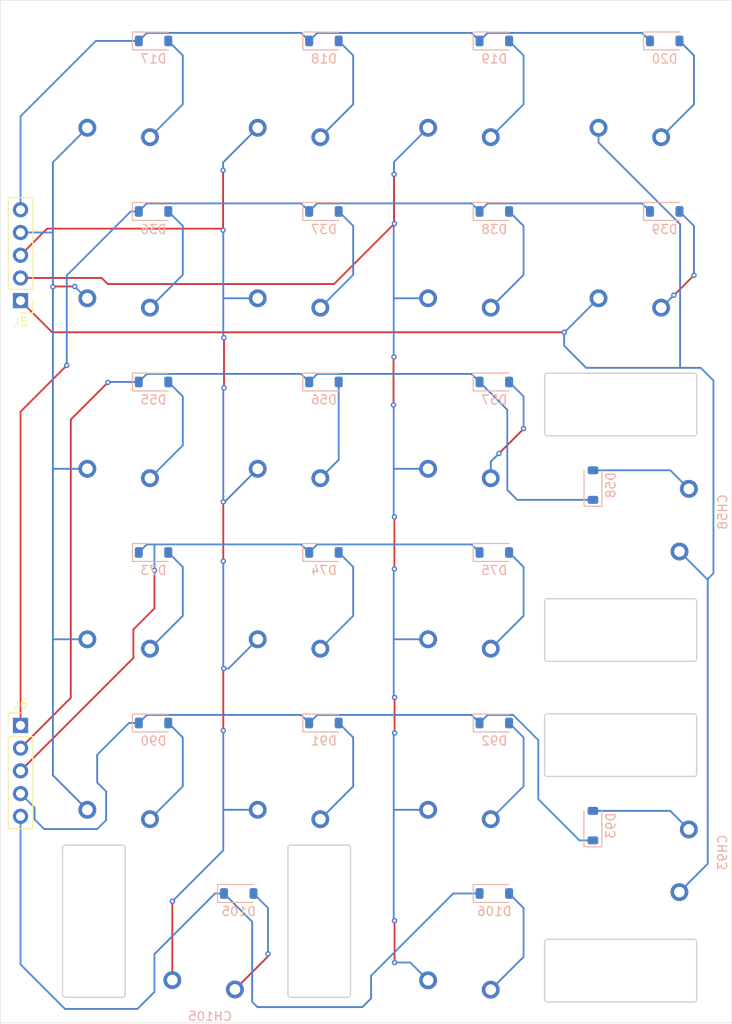
<source format=kicad_pcb>
(kicad_pcb (version 20241229) (generator "pcbnew") (generator_version "9.0")
  (layers (0 "F.Cu" signal) (2 "B.Cu" signal) (13 "F.Paste" user) (15 "B.Paste" user) (5 "F.SilkS" user "F.Silkscreen") (7 "B.SilkS" user "B.Silkscreen") (1 "F.Mask" user) (3 "B.Mask" user) (25 "Edge.Cuts" user))
  (net 0 "")
  (net 1 "Net-(D17-A)")
  (net 2 "Net-(D18-A)")
  (net 3 "Net-(D19-A)")
  (net 4 "Net-(D20-A)")
  (net 5 "Net-(D36-A)")
  (net 6 "Net-(D37-A)")
  (net 7 "Net-(D38-A)")
  (net 8 "Net-(D39-A)")
  (net 9 "Net-(D55-A)")
  (net 10 "Net-(D56-A)")
  (net 11 "Net-(D57-A)")
  (net 12 "Net-(D58-A)")
  (net 13 "Net-(D73-A)")
  (net 14 "Net-(D74-A)")
  (net 15 "Net-(D75-A)")
  (net 16 "Net-(D90-A)")
  (net 17 "Net-(D91-A)")
  (net 18 "Net-(D92-A)")
  (net 19 "Net-(D93-A)")
  (net 20 "Net-(D105-A)")
  (net 21 "Net-(D106-A)")
  (net 22 "col16N")
  (net 23 "col17N")
  (net 24 "col18N")
  (net 25 "col19N")
  (net 26 "row12N")
  (net 27 "row13N")
  (net 28 "row14N")
  (net 29 "row15N")
  (net 30 "row16N")
  (net 31 "row17N")
  (footprint "PCM_marbastlib-xp-gateron_lp:SW_KS33_1u" (layer "F.Cu") (at 188.79 168.91)
    (property "Reference" "CH20" (hide yes))
    (property "Value" "KS33_SW_HS")
    (pad "" np_thru_hole circle (at 0 0 180) (size 5.25 5.25) (drill 5.25) (layers "*.Cu" "*.Mask"))
    (pad "1" thru_hole circle (at -4.4 4.7 180) (size 2 2) (drill 1.2) (layers "*.Cu" "B.Mask") (net 25 "col19N"))
    (pad "2" thru_hole circle (at 2.6 5.75 180) (size 2 2) (drill 1.2) (layers "*.Cu" "B.Mask") (net 4 "Net-(D20-A)"))
  )
  (footprint "PCM_marbastlib-xp-gateron_lp:SW_KS33_1u" (layer "F.Cu") (at 188.79 187.96)
    (property "Reference" "CH39" (hide yes))
    (property "Value" "KS33_SW_HS")
    (pad "" np_thru_hole circle (at 0 0 180) (size 5.25 5.25) (drill 5.25) (layers "*.Cu" "*.Mask"))
    (pad "1" thru_hole circle (at -4.4 4.7 180) (size 2 2) (drill 1.2) (layers "*.Cu" "B.Mask") (net 25 "col19N"))
    (pad "2" thru_hole circle (at 2.6 5.75 180) (size 2 2) (drill 1.2) (layers "*.Cu" "B.Mask") (net 8 "Net-(D39-A)"))
  )
  (footprint "PCM_marbastlib-xp-gateron_lp:SW_KS33_1u" (layer "F.Cu") (at 131.64 226.06)
    (property "Reference" "CH73" (hide yes))
    (property "Value" "KS33_SW_HS")
    (pad "" np_thru_hole circle (at 0 0 180) (size 5.25 5.25) (drill 5.25) (layers "*.Cu" "*.Mask"))
    (pad "1" thru_hole circle (at -4.4 4.7 180) (size 2 2) (drill 1.2) (layers "*.Cu" "B.Mask") (net 22 "col16N"))
    (pad "2" thru_hole circle (at 2.6 5.75 180) (size 2 2) (drill 1.2) (layers "*.Cu" "B.Mask") (net 13 "Net-(D73-A)"))
  )
  (footprint "PCM_marbastlib-xp-gateron_lp:SW_KS33_1u" (layer "F.Cu") (at 169.74 207.01)
    (property "Reference" "CH57" (hide yes))
    (property "Value" "KS33_SW_HS")
    (pad "" np_thru_hole circle (at 0 0 180) (size 5.25 5.25) (drill 5.25) (layers "*.Cu" "*.Mask"))
    (pad "1" thru_hole circle (at -4.4 4.7 180) (size 2 2) (drill 1.2) (layers "*.Cu" "B.Mask") (net 24 "col18N"))
    (pad "2" thru_hole circle (at 2.6 5.75 180) (size 2 2) (drill 1.2) (layers "*.Cu" "B.Mask") (net 11 "Net-(D57-A)"))
  )
  (footprint "gateron low profile:Gateron_Low_Profile_Socket_Stabilizer_2U" (layer "F.Cu") (at 188.77 216.53 90)
    (property "Reference" "CH58" (at 0 9.499999 90) (layer "B.SilkS") (effects (justify mirror)))
    (property "Value" "KS33_SW_HS")
    (fp_line (start 8.8 -10.4) (end 15.2 -10.4) (stroke (width 0.15)) (layer "Edge.Cuts"))
    (fp_line (start -16.400001 -10.4) (end -10.000001 -10.4) (stroke (width 0.15)) (layer "Edge.Cuts"))
    (fp_line (start 15.5 -10.1) (end 15.5 6.3) (stroke (width 0.15)) (layer "Edge.Cuts"))
    (fp_line (start -9.700001 -10.1) (end -9.700002 6.3) (stroke (width 0.15)) (layer "Edge.Cuts"))
    (fp_line (start 8.500001 6.3) (end 8.5 -10.1) (stroke (width 0.15)) (layer "Edge.Cuts"))
    (fp_line (start -16.700001 6.3) (end -16.700001 -10.1) (stroke (width 0.15)) (layer "Edge.Cuts"))
    (fp_line (start 15.2 6.6) (end 8.8 6.6) (stroke (width 0.15)) (layer "Edge.Cuts"))
    (fp_line (start -10.000001 6.6) (end -16.400001 6.6) (stroke (width 0.15)) (layer "Edge.Cuts"))
    (fp_arc (start 15.2 -10.4) (mid 15.412132 -10.312132) (end 15.5 -10.1) (stroke (width 0.15)) (layer "Edge.Cuts"))
    (fp_arc (start -10.000001 -10.4) (mid -9.787869 -10.312132) (end -9.700001 -10.1) (stroke (width 0.15)) (layer "Edge.Cuts"))
    (fp_arc (start 8.5 -10.1) (mid 8.587868 -10.312132) (end 8.8 -10.4) (stroke (width 0.15)) (layer "Edge.Cuts"))
    (fp_arc (start -16.700001 -10.1) (mid -16.612133 -10.312132) (end -16.400001 -10.4) (stroke (width 0.15)) (layer "Edge.Cuts"))
    (fp_arc (start 15.5 6.3) (mid 15.412132 6.512132) (end 15.2 6.6) (stroke (width 0.15)) (layer "Edge.Cuts"))
    (fp_arc (start -9.700002 6.3) (mid -9.787869 6.512132) (end -10.000001 6.6) (stroke (width 0.15)) (layer "Edge.Cuts"))
    (fp_arc (start 8.8 6.6) (mid 8.587868 6.512132) (end 8.500001 6.3) (stroke (width 0.15)) (layer "Edge.Cuts"))
    (fp_arc (start -16.400001 6.6) (mid -16.612133 6.512132) (end -16.700001 6.3) (stroke (width 0.15)) (layer "Edge.Cuts"))
    (pad "" np_thru_hole circle (at -0.025 -0.025 270) (size 5.25 5.25) (drill 5.25) (layers "*.Cu" "*.Mask"))
    (pad "1" thru_hole circle (at -4.425 4.675 270) (size 2 2) (drill 1.2) (layers "*.Cu" "B.Mask") (net 25 "col19N"))
    (pad "2" thru_hole circle (at 2.575 5.725 270) (size 2 2) (drill 1.2) (layers "*.Cu" "B.Mask") (net 12 "Net-(D58-A)"))
  )
  (footprint "PCM_marbastlib-xp-gateron_lp:SW_KS33_1u" (layer "F.Cu") (at 169.74 187.96)
    (property "Reference" "CH38" (hide yes))
    (property "Value" "KS33_SW_HS")
    (pad "" np_thru_hole circle (at 0 0 180) (size 5.25 5.25) (drill 5.25) (layers "*.Cu" "*.Mask"))
    (pad "1" thru_hole circle (at -4.4 4.7 180) (size 2 2) (drill 1.2) (layers "*.Cu" "B.Mask") (net 24 "col18N"))
    (pad "2" thru_hole circle (at 2.6 5.75 180) (size 2 2) (drill 1.2) (layers "*.Cu" "B.Mask") (net 7 "Net-(D38-A)"))
  )
  (footprint "PCM_marbastlib-xp-gateron_lp:SW_KS33_1u" (layer "F.Cu") (at 169.74 264.16)
    (property "Reference" "CH106" (hide yes))
    (property "Value" "KS33_SW_HS")
    (pad "" np_thru_hole circle (at 0 0 180) (size 5.25 5.25) (drill 5.25) (layers "*.Cu" "*.Mask"))
    (pad "1" thru_hole circle (at -4.4 4.7 180) (size 2 2) (drill 1.2) (layers "*.Cu" "B.Mask") (net 24 "col18N"))
    (pad "2" thru_hole circle (at 2.6 5.75 180) (size 2 2) (drill 1.2) (layers "*.Cu" "B.Mask") (net 21 "Net-(D106-A)"))
  )
  (footprint "PCM_marbastlib-xp-gateron_lp:SW_KS33_1u" (layer "F.Cu") (at 150.69 187.96)
    (property "Reference" "CH37" (hide yes))
    (property "Value" "KS33_SW_HS")
    (pad "" np_thru_hole circle (at 0 0 180) (size 5.25 5.25) (drill 5.25) (layers "*.Cu" "*.Mask"))
    (pad "1" thru_hole circle (at -4.4 4.7 180) (size 2 2) (drill 1.2) (layers "*.Cu" "B.Mask") (net 23 "col17N"))
    (pad "2" thru_hole circle (at 2.6 5.75 180) (size 2 2) (drill 1.2) (layers "*.Cu" "B.Mask") (net 6 "Net-(D37-A)"))
  )
  (footprint "Connector_PinHeader_2.54mm:PinHeader_1x05_P2.54mm_Vertical" (layer "F.Cu") (at 119.77 192.93 180)
    (property "Reference" "J5" (at 0 -2.38 0) (layer "F.SilkS"))
    (property "Value" "Conn_01x05_Socket" (hide yes))
    (pad "1" thru_hole rect (at 0 0 180) (size 1.7 1.7) (drill 1) (layers "*.Cu" "*.Mask") (net 25 "col19N"))
    (pad "2" thru_hole circle (at 0 2.54 180) (size 1.7 1.7) (drill 1) (layers "*.Cu" "*.Mask") (net 24 "col18N"))
    (pad "3" thru_hole circle (at 0 5.08 180) (size 1.7 1.7) (drill 1) (layers "*.Cu" "*.Mask") (net 23 "col17N"))
    (pad "4" thru_hole circle (at 0 7.62 180) (size 1.7 1.7) (drill 1) (layers "*.Cu" "*.Mask") (net 22 "col16N"))
    (pad "5" thru_hole circle (at 0 10.16 180) (size 1.7 1.7) (drill 1) (layers "*.Cu" "*.Mask") (net 26 "row12N"))
  )
  (footprint "PCM_marbastlib-xp-gateron_lp:SW_KS33_1u" (layer "F.Cu") (at 150.69 207.01)
    (property "Reference" "CH56" (hide yes))
    (property "Value" "KS33_SW_HS")
    (pad "" np_thru_hole circle (at 0 0 180) (size 5.25 5.25) (drill 5.25) (layers "*.Cu" "*.Mask"))
    (pad "1" thru_hole circle (at -4.4 4.7 180) (size 2 2) (drill 1.2) (layers "*.Cu" "B.Mask") (net 23 "col17N"))
    (pad "2" thru_hole circle (at 2.6 5.75 180) (size 2 2) (drill 1.2) (layers "*.Cu" "B.Mask") (net 10 "Net-(D56-A)"))
  )
  (footprint "PCM_marbastlib-xp-gateron_lp:SW_KS33_1u" (layer "F.Cu") (at 150.69 226.06)
    (property "Reference" "CH74" (hide yes))
    (property "Value" "KS33_SW_HS")
    (pad "" np_thru_hole circle (at 0 0 180) (size 5.25 5.25) (drill 5.25) (layers "*.Cu" "*.Mask"))
    (pad "1" thru_hole circle (at -4.4 4.7 180) (size 2 2) (drill 1.2) (layers "*.Cu" "B.Mask") (net 23 "col17N"))
    (pad "2" thru_hole circle (at 2.6 5.75 180) (size 2 2) (drill 1.2) (layers "*.Cu" "B.Mask") (net 14 "Net-(D74-A)"))
  )
  (footprint "PCM_marbastlib-xp-gateron_lp:SW_KS33_1u" (layer "F.Cu") (at 150.69 245.11)
    (property "Reference" "CH91" (hide yes))
    (property "Value" "KS33_SW_HS")
    (pad "" np_thru_hole circle (at 0 0 180) (size 5.25 5.25) (drill 5.25) (layers "*.Cu" "*.Mask"))
    (pad "1" thru_hole circle (at -4.4 4.7 180) (size 2 2) (drill 1.2) (layers "*.Cu" "B.Mask") (net 23 "col17N"))
    (pad "2" thru_hole circle (at 2.6 5.75 180) (size 2 2) (drill 1.2) (layers "*.Cu" "B.Mask") (net 17 "Net-(D91-A)"))
  )
  (footprint "PCM_marbastlib-xp-gateron_lp:SW_KS33_1u" (layer "F.Cu") (at 150.69 168.91)
    (property "Reference" "CH18" (hide yes))
    (property "Value" "KS33_SW_HS")
    (pad "" np_thru_hole circle (at 0 0 180) (size 5.25 5.25) (drill 5.25) (layers "*.Cu" "*.Mask"))
    (pad "1" thru_hole circle (at -4.4 4.7 180) (size 2 2) (drill 1.2) (layers "*.Cu" "B.Mask") (net 23 "col17N"))
    (pad "2" thru_hole circle (at 2.6 5.75 180) (size 2 2) (drill 1.2) (layers "*.Cu" "B.Mask") (net 2 "Net-(D18-A)"))
  )
  (footprint "Connector_PinHeader_2.54mm:PinHeader_1x05_P2.54mm_Vertical" (layer "F.Cu") (at 119.77 240.38)
    (property "Reference" "J6" (at 0 -2.38 0) (layer "F.SilkS"))
    (property "Value" "Conn_01x05_Socket" (hide yes))
    (pad "1" thru_hole rect (at 0 0) (size 1.7 1.7) (drill 1) (layers "*.Cu" "*.Mask") (net 27 "row13N"))
    (pad "2" thru_hole circle (at 0 2.54) (size 1.7 1.7) (drill 1) (layers "*.Cu" "*.Mask") (net 28 "row14N"))
    (pad "3" thru_hole circle (at 0 5.08) (size 1.7 1.7) (drill 1) (layers "*.Cu" "*.Mask") (net 29 "row15N"))
    (pad "4" thru_hole circle (at 0 7.62) (size 1.7 1.7) (drill 1) (layers "*.Cu" "*.Mask") (net 30 "row16N"))
    (pad "5" thru_hole circle (at 0 10.16) (size 1.7 1.7) (drill 1) (layers "*.Cu" "*.Mask") (net 31 "row17N"))
  )
  (footprint "PCM_marbastlib-xp-gateron_lp:SW_KS33_1u" (layer "F.Cu") (at 131.64 245.11)
    (property "Reference" "CH90" (hide yes))
    (property "Value" "KS33_SW_HS")
    (pad "" np_thru_hole circle (at 0 0 180) (size 5.25 5.25) (drill 5.25) (layers "*.Cu" "*.Mask"))
    (pad "1" thru_hole circle (at -4.4 4.7 180) (size 2 2) (drill 1.2) (layers "*.Cu" "B.Mask") (net 22 "col16N"))
    (pad "2" thru_hole circle (at 2.6 5.75 180) (size 2 2) (drill 1.2) (layers "*.Cu" "B.Mask") (net 16 "Net-(D90-A)"))
  )
  (footprint "gateron low profile:Gateron_Low_Profile_Socket_Stabilizer_2U" (layer "F.Cu") (at 141.165 264.16)
    (property "Reference" "CH105" (at -0.204 8.729 0) (layer "B.SilkS") (effects (justify mirror)))
    (property "Value" "KS33_SW_HS")
    (fp_line (start -16.700001 6.3) (end -16.700001 -10.1) (stroke (width 0.15)) (layer "Edge.Cuts"))
    (fp_line (start -16.400001 -10.4) (end -10.000001 -10.4) (stroke (width 0.15)) (layer "Edge.Cuts"))
    (fp_line (start -10.000001 6.6) (end -16.400001 6.6) (stroke (width 0.15)) (layer "Edge.Cuts"))
    (fp_line (start -9.700001 -10.1) (end -9.700002 6.3) (stroke (width 0.15)) (layer "Edge.Cuts"))
    (fp_line (start 8.500001 6.3) (end 8.5 -10.1) (stroke (width 0.15)) (layer "Edge.Cuts"))
    (fp_line (start 8.8 -10.4) (end 15.2 -10.4) (stroke (width 0.15)) (layer "Edge.Cuts"))
    (fp_line (start 15.2 6.6) (end 8.8 6.6) (stroke (width 0.15)) (layer "Edge.Cuts"))
    (fp_line (start 15.5 -10.1) (end 15.5 6.3) (stroke (width 0.15)) (layer "Edge.Cuts"))
    (fp_arc (start -16.700001 -10.1) (mid -16.612133 -10.312132) (end -16.400001 -10.4) (stroke (width 0.15)) (layer "Edge.Cuts"))
    (fp_arc (start -16.400001 6.6) (mid -16.612133 6.512132) (end -16.700001 6.3) (stroke (width 0.15)) (layer "Edge.Cuts"))
    (fp_arc (start -10.000001 -10.4) (mid -9.787869 -10.312132) (end -9.700001 -10.1) (stroke (width 0.15)) (layer "Edge.Cuts"))
    (fp_arc (start -9.700002 6.3) (mid -9.787869 6.512132) (end -10.000001 6.6) (stroke (width 0.15)) (layer "Edge.Cuts"))
    (fp_arc (start 8.5 -10.1) (mid 8.587868 -10.312132) (end 8.8 -10.4) (stroke (width 0.15)) (layer "Edge.Cuts"))
    (fp_arc (start 8.8 6.6) (mid 8.587868 6.512132) (end 8.500001 6.3) (stroke (width 0.15)) (layer "Edge.Cuts"))
    (fp_arc (start 15.2 -10.4) (mid 15.412132 -10.312132) (end 15.5 -10.1) (stroke (width 0.15)) (layer "Edge.Cuts"))
    (fp_arc (start 15.5 6.3) (mid 15.412132 6.512132) (end 15.2 6.6) (stroke (width 0.15)) (layer "Edge.Cuts"))
    (pad "" np_thru_hole circle (at -0.025 -0.025 180) (size 5.25 5.25) (drill 5.25) (layers "*.Cu" "*.Mask"))
    (pad "1" thru_hole circle (at -4.425 4.675 180) (size 2 2) (drill 1.2) (layers "*.Cu" "B.Mask") (net 23 "col17N"))
    (pad "2" thru_hole circle (at 2.575 5.725 180) (size 2 2) (drill 1.2) (layers "*.Cu" "B.Mask") (net 20 "Net-(D105-A)"))
  )
  (footprint "PCM_marbastlib-xp-gateron_lp:SW_KS33_1u" (layer "F.Cu") (at 131.64 187.96)
    (property "Reference" "CH36" (hide yes))
    (property "Value" "KS33_SW_HS")
    (pad "" np_thru_hole circle (at 0 0 180) (size 5.25 5.25) (drill 5.25) (layers "*.Cu" "*.Mask"))
    (pad "1" thru_hole circle (at -4.4 4.7 180) (size 2 2) (drill 1.2) (layers "*.Cu" "B.Mask") (net 22 "col16N"))
    (pad "2" thru_hole circle (at 2.6 5.75 180) (size 2 2) (drill 1.2) (layers "*.Cu" "B.Mask") (net 5 "Net-(D36-A)"))
  )
  (footprint "PCM_marbastlib-xp-gateron_lp:SW_KS33_1u" (layer "F.Cu") (at 169.74 245.11)
    (property "Reference" "CH92" (hide yes))
    (property "Value" "KS33_SW_HS")
    (pad "" np_thru_hole circle (at 0 0 180) (size 5.25 5.25) (drill 5.25) (layers "*.Cu" "*.Mask"))
    (pad "1" thru_hole circle (at -4.4 4.7 180) (size 2 2) (drill 1.2) (layers "*.Cu" "B.Mask") (net 24 "col18N"))
    (pad "2" thru_hole circle (at 2.6 5.75 180) (size 2 2) (drill 1.2) (layers "*.Cu" "B.Mask") (net 18 "Net-(D92-A)"))
  )
  (footprint "gateron low profile:Gateron_Low_Profile_Socket_Stabilizer_2U" (layer "F.Cu") (at 188.76 254.58 90)
    (property "Reference" "CH93" (at 0 9.499999 90) (layer "B.SilkS") (effects (justify mirror)))
    (property "Value" "KS33_SW_HS")
    (fp_line (start 8.8 -10.4) (end 15.2 -10.4) (stroke (width 0.15)) (layer "Edge.Cuts"))
    (fp_line (start -16.400001 -10.4) (end -10.000001 -10.4) (stroke (width 0.15)) (layer "Edge.Cuts"))
    (fp_line (start 15.5 -10.1) (end 15.5 6.3) (stroke (width 0.15)) (layer "Edge.Cuts"))
    (fp_line (start -9.700001 -10.1) (end -9.700002 6.3) (stroke (width 0.15)) (layer "Edge.Cuts"))
    (fp_line (start 8.500001 6.3) (end 8.5 -10.1) (stroke (width 0.15)) (layer "Edge.Cuts"))
    (fp_line (start -16.700001 6.3) (end -16.700001 -10.1) (stroke (width 0.15)) (layer "Edge.Cuts"))
    (fp_line (start 15.2 6.6) (end 8.8 6.6) (stroke (width 0.15)) (layer "Edge.Cuts"))
    (fp_line (start -10.000001 6.6) (end -16.400001 6.6) (stroke (width 0.15)) (layer "Edge.Cuts"))
    (fp_arc (start 15.2 -10.4) (mid 15.412132 -10.312132) (end 15.5 -10.1) (stroke (width 0.15)) (layer "Edge.Cuts"))
    (fp_arc (start -10.000001 -10.4) (mid -9.787869 -10.312132) (end -9.700001 -10.1) (stroke (width 0.15)) (layer "Edge.Cuts"))
    (fp_arc (start 8.5 -10.1) (mid 8.587868 -10.312132) (end 8.8 -10.4) (stroke (width 0.15)) (layer "Edge.Cuts"))
    (fp_arc (start -16.700001 -10.1) (mid -16.612133 -10.312132) (end -16.400001 -10.4) (stroke (width 0.15)) (layer "Edge.Cuts"))
    (fp_arc (start 15.5 6.3) (mid 15.412132 6.512132) (end 15.2 6.6) (stroke (width 0.15)) (layer "Edge.Cuts"))
    (fp_arc (start -9.700002 6.3) (mid -9.787869 6.512132) (end -10.000001 6.6) (stroke (width 0.15)) (layer "Edge.Cuts"))
    (fp_arc (start 8.8 6.6) (mid 8.587868 6.512132) (end 8.500001 6.3) (stroke (width 0.15)) (layer "Edge.Cuts"))
    (fp_arc (start -16.400001 6.6) (mid -16.612133 6.512132) (end -16.700001 6.3) (stroke (width 0.15)) (layer "Edge.Cuts"))
    (pad "" np_thru_hole circle (at -0.025 -0.025 270) (size 5.25 5.25) (drill 5.25) (layers "*.Cu" "*.Mask"))
    (pad "1" thru_hole circle (at -4.425 4.675 270) (size 2 2) (drill 1.2) (layers "*.Cu" "B.Mask") (net 25 "col19N"))
    (pad "2" thru_hole circle (at 2.575 5.725 270) (size 2 2) (drill 1.2) (layers "*.Cu" "B.Mask") (net 19 "Net-(D93-A)"))
  )
  (footprint "PCM_marbastlib-xp-gateron_lp:SW_KS33_1u" (layer "F.Cu") (at 131.64 168.91)
    (property "Reference" "CH17" (hide yes))
    (property "Value" "KS33_SW_HS")
    (pad "" np_thru_hole circle (at 0 0 180) (size 5.25 5.25) (drill 5.25) (layers "*.Cu" "*.Mask"))
    (pad "1" thru_hole circle (at -4.4 4.7 180) (size 2 2) (drill 1.2) (layers "*.Cu" "B.Mask") (net 22 "col16N"))
    (pad "2" thru_hole circle (at 2.6 5.75 180) (size 2 2) (drill 1.2) (layers "*.Cu" "B.Mask") (net 1 "Net-(D17-A)"))
  )
  (footprint "PCM_marbastlib-xp-gateron_lp:SW_KS33_1u" (layer "F.Cu") (at 169.74 226.06)
    (property "Reference" "CH75" (hide yes))
    (property "Value" "KS33_SW_HS")
    (pad "" np_thru_hole circle (at 0 0 180) (size 5.25 5.25) (drill 5.25) (layers "*.Cu" "*.Mask"))
    (pad "1" thru_hole circle (at -4.4 4.7 180) (size 2 2) (drill 1.2) (layers "*.Cu" "B.Mask") (net 24 "col18N"))
    (pad "2" thru_hole circle (at 2.6 5.75 180) (size 2 2) (drill 1.2) (layers "*.Cu" "B.Mask") (net 15 "Net-(D75-A)"))
  )
  (footprint "PCM_marbastlib-xp-gateron_lp:SW_KS33_1u" (layer "F.Cu") (at 131.64 207.01)
    (property "Reference" "CH55" (hide yes))
    (property "Value" "KS33_SW_HS")
    (pad "" np_thru_hole circle (at 0 0 180) (size 5.25 5.25) (drill 5.25) (layers "*.Cu" "*.Mask"))
    (pad "1" thru_hole circle (at -4.4 4.7 180) (size 2 2) (drill 1.2) (layers "*.Cu" "B.Mask") (net 22 "col16N"))
    (pad "2" thru_hole circle (at 2.6 5.75 180) (size 2 2) (drill 1.2) (layers "*.Cu" "B.Mask") (net 9 "Net-(D55-A)"))
  )
  (footprint "PCM_marbastlib-xp-gateron_lp:SW_KS33_1u" (layer "F.Cu") (at 169.74 168.91)
    (property "Reference" "CH19" (hide yes))
    (property "Value" "KS33_SW_HS")
    (pad "" np_thru_hole circle (at 0 0 180) (size 5.25 5.25) (drill 5.25) (layers "*.Cu" "*.Mask"))
    (pad "1" thru_hole circle (at -4.4 4.7 180) (size 2 2) (drill 1.2) (layers "*.Cu" "B.Mask") (net 24 "col18N"))
    (pad "2" thru_hole circle (at 2.6 5.75 180) (size 2 2) (drill 1.2) (layers "*.Cu" "B.Mask") (net 3 "Net-(D19-A)"))
  )
  (footprint "Diode_SMD:D_SOD-123" (layer "B.Cu") (at 183.77 213.53 90)
    (property "Reference" "D58" (at 0 2.000001 90) (layer "B.SilkS") (effects (justify mirror)))
    (property "Value" "D")
    (pad "1" smd roundrect (at -1.65 0 90) (size 0.9 1.2) (layers "B.Cu" "B.Mask" "B.Paste") (net 28 "row14N"))
    (pad "2" smd roundrect (at 1.65 0 90) (size 0.9 1.2) (layers "B.Cu" "B.Mask" "B.Paste") (net 12 "Net-(D58-A)"))
  )
  (footprint "Diode_SMD:D_SOD-123" (layer "B.Cu") (at 134.64 202.01)
    (property "Reference" "D55" (at 0 2 0) (layer "B.SilkS") (effects (justify mirror)))
    (property "Value" "D")
    (pad "1" smd roundrect (at -1.65 0) (size 0.9 1.2) (layers "B.Cu" "B.Mask" "B.Paste") (net 28 "row14N"))
    (pad "2" smd roundrect (at 1.65 0) (size 0.9 1.2) (layers "B.Cu" "B.Mask" "B.Paste") (net 9 "Net-(D55-A)"))
  )
  (footprint "Diode_SMD:D_SOD-123" (layer "B.Cu") (at 134.64 240.11)
    (property "Reference" "D90" (at 0 2 0) (layer "B.SilkS") (effects (justify mirror)))
    (property "Value" "D")
    (pad "1" smd roundrect (at -1.65 0) (size 0.9 1.2) (layers "B.Cu" "B.Mask" "B.Paste") (net 30 "row16N"))
    (pad "2" smd roundrect (at 1.65 0) (size 0.9 1.2) (layers "B.Cu" "B.Mask" "B.Paste") (net 16 "Net-(D90-A)"))
  )
  (footprint "Diode_SMD:D_SOD-123" (layer "B.Cu") (at 172.74 240.11)
    (property "Reference" "D92" (at 0 2 0) (layer "B.SilkS") (effects (justify mirror)))
    (property "Value" "D")
    (pad "1" smd roundrect (at -1.65 0) (size 0.9 1.2) (layers "B.Cu" "B.Mask" "B.Paste") (net 30 "row16N"))
    (pad "2" smd roundrect (at 1.65 0) (size 0.9 1.2) (layers "B.Cu" "B.Mask" "B.Paste") (net 18 "Net-(D92-A)"))
  )
  (footprint "Diode_SMD:D_SOD-123" (layer "B.Cu") (at 153.69 221.06)
    (property "Reference" "D74" (at 0 2 0) (layer "B.SilkS") (effects (justify mirror)))
    (property "Value" "D")
    (pad "1" smd roundrect (at -1.65 0) (size 0.9 1.2) (layers "B.Cu" "B.Mask" "B.Paste") (net 29 "row15N"))
    (pad "2" smd roundrect (at 1.65 0) (size 0.9 1.2) (layers "B.Cu" "B.Mask" "B.Paste") (net 14 "Net-(D74-A)"))
  )
  (footprint "Diode_SMD:D_SOD-123" (layer "B.Cu") (at 183.76 251.58 90)
    (property "Reference" "D93" (at 0 2.000001 90) (layer "B.SilkS") (effects (justify mirror)))
    (property "Value" "D")
    (pad "1" smd roundrect (at -1.65 0 90) (size 0.9 1.2) (layers "B.Cu" "B.Mask" "B.Paste") (net 30 "row16N"))
    (pad "2" smd roundrect (at 1.65 0 90) (size 0.9 1.2) (layers "B.Cu" "B.Mask" "B.Paste") (net 19 "Net-(D93-A)"))
  )
  (footprint "Diode_SMD:D_SOD-123" (layer "B.Cu") (at 153.69 240.11)
    (property "Reference" "D91" (at 0 2 0) (layer "B.SilkS") (effects (justify mirror)))
    (property "Value" "D")
    (pad "1" smd roundrect (at -1.65 0) (size 0.9 1.2) (layers "B.Cu" "B.Mask" "B.Paste") (net 30 "row16N"))
    (pad "2" smd roundrect (at 1.65 0) (size 0.9 1.2) (layers "B.Cu" "B.Mask" "B.Paste") (net 17 "Net-(D91-A)"))
  )
  (footprint "Diode_SMD:D_SOD-123" (layer "B.Cu") (at 134.64 221.06)
    (property "Reference" "D73" (at 0 2 0) (layer "B.SilkS") (effects (justify mirror)))
    (property "Value" "D")
    (pad "1" smd roundrect (at -1.65 0) (size 0.9 1.2) (layers "B.Cu" "B.Mask" "B.Paste") (net 29 "row15N"))
    (pad "2" smd roundrect (at 1.65 0) (size 0.9 1.2) (layers "B.Cu" "B.Mask" "B.Paste") (net 13 "Net-(D73-A)"))
  )
  (footprint "Diode_SMD:D_SOD-123" (layer "B.Cu") (at 172.74 202.01)
    (property "Reference" "D57" (at 0 2 0) (layer "B.SilkS") (effects (justify mirror)))
    (property "Value" "D")
    (pad "1" smd roundrect (at -1.65 0) (size 0.9 1.2) (layers "B.Cu" "B.Mask" "B.Paste") (net 28 "row14N"))
    (pad "2" smd roundrect (at 1.65 0) (size 0.9 1.2) (layers "B.Cu" "B.Mask" "B.Paste") (net 11 "Net-(D57-A)"))
  )
  (footprint "Diode_SMD:D_SOD-123" (layer "B.Cu") (at 191.79 163.91)
    (property "Reference" "D20" (at 0 2 0) (layer "B.SilkS") (effects (justify mirror)))
    (property "Value" "D")
    (pad "1" smd roundrect (at -1.65 0) (size 0.9 1.2) (layers "B.Cu" "B.Mask" "B.Paste") (net 26 "row12N"))
    (pad "2" smd roundrect (at 1.65 0) (size 0.9 1.2) (layers "B.Cu" "B.Mask" "B.Paste") (net 4 "Net-(D20-A)"))
  )
  (footprint "Diode_SMD:D_SOD-123" (layer "B.Cu") (at 172.74 221.06)
    (property "Reference" "D75" (at 0 2 0) (layer "B.SilkS") (effects (justify mirror)))
    (property "Value" "D")
    (pad "1" smd roundrect (at -1.65 0) (size 0.9 1.2) (layers "B.Cu" "B.Mask" "B.Paste") (net 29 "row15N"))
    (pad "2" smd roundrect (at 1.65 0) (size 0.9 1.2) (layers "B.Cu" "B.Mask" "B.Paste") (net 15 "Net-(D75-A)"))
  )
  (footprint "Diode_SMD:D_SOD-123" (layer "B.Cu") (at 144.165 259.16)
    (property "Reference" "D105" (at 0 2.000001 180) (layer "B.SilkS") (effects (justify mirror)))
    (property "Value" "D")
    (pad "1" smd roundrect (at -1.65 0) (size 0.9 1.2) (layers "B.Cu" "B.Mask" "B.Paste") (net 31 "row17N"))
    (pad "2" smd roundrect (at 1.65 0) (size 0.9 1.2) (layers "B.Cu" "B.Mask" "B.Paste") (net 20 "Net-(D105-A)"))
  )
  (footprint "Diode_SMD:D_SOD-123" (layer "B.Cu") (at 153.69 182.96)
    (property "Reference" "D37" (at 0 2 0) (layer "B.SilkS") (effects (justify mirror)))
    (property "Value" "D")
    (pad "1" smd roundrect (at -1.65 0) (size 0.9 1.2) (layers "B.Cu" "B.Mask" "B.Paste") (net 27 "row13N"))
    (pad "2" smd roundrect (at 1.65 0) (size 0.9 1.2) (layers "B.Cu" "B.Mask" "B.Paste") (net 6 "Net-(D37-A)"))
  )
  (footprint "Diode_SMD:D_SOD-123" (layer "B.Cu") (at 172.74 163.91)
    (property "Reference" "D19" (at 0 2 0) (layer "B.SilkS") (effects (justify mirror)))
    (property "Value" "D")
    (pad "1" smd roundrect (at -1.65 0) (size 0.9 1.2) (layers "B.Cu" "B.Mask" "B.Paste") (net 26 "row12N"))
    (pad "2" smd roundrect (at 1.65 0) (size 0.9 1.2) (layers "B.Cu" "B.Mask" "B.Paste") (net 3 "Net-(D19-A)"))
  )
  (footprint "Diode_SMD:D_SOD-123" (layer "B.Cu") (at 153.69 163.91)
    (property "Reference" "D18" (at 0 2 0) (layer "B.SilkS") (effects (justify mirror)))
    (property "Value" "D")
    (pad "1" smd roundrect (at -1.65 0) (size 0.9 1.2) (layers "B.Cu" "B.Mask" "B.Paste") (net 26 "row12N"))
    (pad "2" smd roundrect (at 1.65 0) (size 0.9 1.2) (layers "B.Cu" "B.Mask" "B.Paste") (net 2 "Net-(D18-A)"))
  )
  (footprint "Diode_SMD:D_SOD-123" (layer "B.Cu") (at 153.69 202.01)
    (property "Reference" "D56" (at 0 2 0) (layer "B.SilkS") (effects (justify mirror)))
    (property "Value" "D")
    (pad "1" smd roundrect (at -1.65 0) (size 0.9 1.2) (layers "B.Cu" "B.Mask" "B.Paste") (net 28 "row14N"))
    (pad "2" smd roundrect (at 1.65 0) (size 0.9 1.2) (layers "B.Cu" "B.Mask" "B.Paste") (net 10 "Net-(D56-A)"))
  )
  (footprint "Diode_SMD:D_SOD-123" (layer "B.Cu") (at 134.64 163.91)
    (property "Reference" "D17" (at 0 2 0) (layer "B.SilkS") (effects (justify mirror)))
    (property "Value" "D")
    (pad "1" smd roundrect (at -1.65 0) (size 0.9 1.2) (layers "B.Cu" "B.Mask" "B.Paste") (net 26 "row12N"))
    (pad "2" smd roundrect (at 1.65 0) (size 0.9 1.2) (layers "B.Cu" "B.Mask" "B.Paste") (net 1 "Net-(D17-A)"))
  )
  (footprint "Diode_SMD:D_SOD-123" (layer "B.Cu") (at 134.64 182.96)
    (property "Reference" "D36" (at 0 2 0) (layer "B.SilkS") (effects (justify mirror)))
    (property "Value" "D")
    (pad "1" smd roundrect (at -1.65 0) (size 0.9 1.2) (layers "B.Cu" "B.Mask" "B.Paste") (net 27 "row13N"))
    (pad "2" smd roundrect (at 1.65 0) (size 0.9 1.2) (layers "B.Cu" "B.Mask" "B.Paste") (net 5 "Net-(D36-A)"))
  )
  (footprint "Diode_SMD:D_SOD-123" (layer "B.Cu") (at 172.74 182.96)
    (property "Reference" "D38" (at 0 2 0) (layer "B.SilkS") (effects (justify mirror)))
    (property "Value" "D")
    (pad "1" smd roundrect (at -1.65 0) (size 0.9 1.2) (layers "B.Cu" "B.Mask" "B.Paste") (net 27 "row13N"))
    (pad "2" smd roundrect (at 1.65 0) (size 0.9 1.2) (layers "B.Cu" "B.Mask" "B.Paste") (net 7 "Net-(D38-A)"))
  )
  (footprint "Diode_SMD:D_SOD-123" (layer "B.Cu") (at 191.79 182.96)
    (property "Reference" "D39" (at 0 2 0) (layer "B.SilkS") (effects (justify mirror)))
    (property "Value" "D")
    (pad "1" smd roundrect (at -1.65 0) (size 0.9 1.2) (layers "B.Cu" "B.Mask" "B.Paste") (net 27 "row13N"))
    (pad "2" smd roundrect (at 1.65 0) (size 0.9 1.2) (layers "B.Cu" "B.Mask" "B.Paste") (net 8 "Net-(D39-A)"))
  )
  (footprint "Diode_SMD:D_SOD-123" (layer "B.Cu") (at 172.74 259.16)
    (property "Reference" "D106" (at 0 2 0) (layer "B.SilkS") (effects (justify mirror)))
    (property "Value" "D")
    (pad "1" smd roundrect (at -1.65 0) (size 0.9 1.2) (layers "B.Cu" "B.Mask" "B.Paste") (net 31 "row17N"))
    (pad "2" smd roundrect (at 1.65 0) (size 0.9 1.2) (layers "B.Cu" "B.Mask" "B.Paste") (net 21 "Net-(D106-A)"))
  )
  (gr_line (start 117.5 273.61) (end 117.5 159.36) (stroke (width 0.05)) (layer "Edge.Cuts"))
  (gr_line (start 117.5 159.36) (end 199.29 159.36) (stroke (width 0.05)) (layer "Edge.Cuts"))
  (gr_line (start 199.29 159.36) (end 199.29 273.61) (stroke (width 0.05)) (layer "Edge.Cuts"))
  (gr_line (start 199.29 273.61) (end 117.5 273.61) (stroke (width 0.05)) (layer "Edge.Cuts"))
  (segment (start 137.91 165.53) (end 136.29 163.91) (width 0.2) (layer "B.Cu") (net 1))
  (segment (start 137.91 170.99) (end 137.91 165.53) (width 0.2) (layer "B.Cu") (net 1))
  (segment (start 134.24 174.66) (end 137.91 170.99) (width 0.2) (layer "B.Cu") (net 1))
  (segment (start 153.29 174.66) (end 156.96 170.99) (width 0.2) (layer "B.Cu") (net 2))
  (segment (start 156.96 165.53) (end 155.34 163.91) (width 0.2) (layer "B.Cu") (net 2))
  (segment (start 156.96 170.99) (end 156.96 165.53) (width 0.2) (layer "B.Cu") (net 2))
  (segment (start 176.01 170.99) (end 176.01 165.53) (width 0.2) (layer "B.Cu") (net 3))
  (segment (start 176.01 165.53) (end 174.39 163.91) (width 0.2) (layer "B.Cu") (net 3))
  (segment (start 172.34 174.66) (end 176.01 170.99) (width 0.2) (layer "B.Cu") (net 3))
  (segment (start 191.39 174.66) (end 195.06 170.99) (width 0.2) (layer "B.Cu") (net 4))
  (segment (start 195.06 170.99) (end 195.06 165.53) (width 0.2) (layer "B.Cu") (net 4))
  (segment (start 195.06 165.53) (end 193.44 163.91) (width 0.2) (layer "B.Cu") (net 4))
  (segment (start 137.91 190.04) (end 137.91 184.58) (width 0.2) (layer "B.Cu") (net 5))
  (segment (start 137.91 184.58) (end 136.29 182.96) (width 0.2) (layer "B.Cu") (net 5))
  (segment (start 134.24 193.71) (end 137.91 190.04) (width 0.2) (layer "B.Cu") (net 5))
  (segment (start 156.96 184.58) (end 155.34 182.96) (width 0.2) (layer "B.Cu") (net 6))
  (segment (start 153.29 193.71) (end 156.96 190.04) (width 0.2) (layer "B.Cu") (net 6))
  (segment (start 156.96 190.04) (end 156.96 184.58) (width 0.2) (layer "B.Cu") (net 6))
  (segment (start 176.01 190.04) (end 176.01 184.58) (width 0.2) (layer "B.Cu") (net 7))
  (segment (start 172.34 193.71) (end 176.01 190.04) (width 0.2) (layer "B.Cu") (net 7))
  (segment (start 176.01 184.58) (end 174.39 182.96) (width 0.2) (layer "B.Cu") (net 7))
  (segment (start 192.811 192.319) (end 192.83 192.319) (width 0.2) (layer "F.Cu") (net 8))
  (segment (start 192.83 192.319) (end 195.06 190.089) (width 0.2) (layer "F.Cu") (net 8))
  (via (at 192.811 192.319) (size 0.6) (drill 0.3) (layers "F.Cu" "B.Cu") (net 8))
  (via (at 195.06 190.089) (size 0.6) (drill 0.3) (layers "F.Cu" "B.Cu") (net 8))
  (segment (start 195.06 190.089) (end 195.06 184.58) (width 0.2) (layer "B.Cu") (net 8))
  (segment (start 195.06 184.58) (end 193.44 182.96) (width 0.2) (layer "B.Cu") (net 8))
  (segment (start 191.39 193.71) (end 191.42 193.71) (width 0.2) (layer "B.Cu") (net 8))
  (segment (start 191.42 193.71) (end 192.811 192.319) (width 0.2) (layer "B.Cu") (net 8))
  (segment (start 137.91 209.09) (end 137.91 203.63) (width 0.2) (layer "B.Cu") (net 9))
  (segment (start 134.24 212.76) (end 137.91 209.09) (width 0.2) (layer "B.Cu") (net 9))
  (segment (start 137.91 203.63) (end 136.29 202.01) (width 0.2) (layer "B.Cu") (net 9))
  (segment (start 153.29 212.76) (end 155.34 210.71) (width 0.2) (layer "B.Cu") (net 10))
  (segment (start 155.34 210.71) (end 155.34 202.01) (width 0.2) (layer "B.Cu") (net 10))
  (segment (start 173.261 209.999) (end 176.01 207.25) (width 0.2) (layer "F.Cu") (net 11))
  (via (at 176.01 207.219) (size 0.6) (drill 0.3) (layers "F.Cu" "B.Cu") (net 11))
  (via (at 173.261 209.999) (size 0.6) (drill 0.3) (layers "F.Cu" "B.Cu") (net 11))
  (segment (start 172.34 210.92) (end 173.261 209.999) (width 0.2) (layer "B.Cu") (net 11))
  (segment (start 176.01 203.63) (end 174.39 202.01) (width 0.2) (layer "B.Cu") (net 11))
  (segment (start 172.34 212.76) (end 172.34 210.92) (width 0.2) (layer "B.Cu") (net 11))
  (segment (start 176.01 207.25) (end 176.01 203.63) (width 0.2) (layer "B.Cu") (net 11))
  (segment (start 192.42 211.88) (end 183.77 211.88) (width 0.2) (layer "B.Cu") (net 12))
  (segment (start 194.495 213.955) (end 192.42 211.88) (width 0.2) (layer "B.Cu") (net 12))
  (segment (start 137.91 228.14) (end 137.91 222.68) (width 0.2) (layer "B.Cu") (net 13))
  (segment (start 134.24 231.81) (end 137.91 228.14) (width 0.2) (layer "B.Cu") (net 13))
  (segment (start 137.91 222.68) (end 136.29 221.06) (width 0.2) (layer "B.Cu") (net 13))
  (segment (start 156.96 222.68) (end 155.34 221.06) (width 0.2) (layer "B.Cu") (net 14))
  (segment (start 156.96 228.14) (end 156.96 222.68) (width 0.2) (layer "B.Cu") (net 14))
  (segment (start 153.29 231.81) (end 156.96 228.14) (width 0.2) (layer "B.Cu") (net 14))
  (segment (start 176.01 228.14) (end 176.01 222.68) (width 0.2) (layer "B.Cu") (net 15))
  (segment (start 172.34 231.81) (end 176.01 228.14) (width 0.2) (layer "B.Cu") (net 15))
  (segment (start 176.01 222.68) (end 174.39 221.06) (width 0.2) (layer "B.Cu") (net 15))
  (segment (start 134.24 250.86) (end 137.91 247.19) (width 0.2) (layer "B.Cu") (net 16))
  (segment (start 137.91 247.19) (end 137.91 241.73) (width 0.2) (layer "B.Cu") (net 16))
  (segment (start 137.91 241.73) (end 136.29 240.11) (width 0.2) (layer "B.Cu") (net 16))
  (segment (start 156.96 241.73) (end 155.34 240.11) (width 0.2) (layer "B.Cu") (net 17))
  (segment (start 156.96 247.19) (end 156.96 241.73) (width 0.2) (layer "B.Cu") (net 17))
  (segment (start 153.29 250.86) (end 156.96 247.19) (width 0.2) (layer "B.Cu") (net 17))
  (segment (start 172.34 250.86) (end 176.01 247.19) (width 0.2) (layer "B.Cu") (net 18))
  (segment (start 176.01 247.19) (end 176.01 241.73) (width 0.2) (layer "B.Cu") (net 18))
  (segment (start 176.01 241.73) (end 174.39 240.11) (width 0.2) (layer "B.Cu") (net 18))
  (segment (start 194.485 252.005) (end 192.41 249.93) (width 0.2) (layer "B.Cu") (net 19))
  (segment (start 192.41 249.93) (end 183.76 249.93) (width 0.2) (layer "B.Cu") (net 19))
  (segment (start 143.74 269.885) (end 147.435001 266.189999) (width 0.2) (layer "F.Cu") (net 20))
  (via (at 147.435001 265.909) (size 0.6) (drill 0.3) (layers "F.Cu" "B.Cu") (net 20))
  (segment (start 147.435001 260.780001) (end 145.815 259.16) (width 0.2) (layer "B.Cu") (net 20))
  (segment (start 147.435001 266.189999) (end 147.435001 260.780001) (width 0.2) (layer "B.Cu") (net 20))
  (segment (start 176.01 266.24) (end 176.01 260.78) (width 0.2) (layer "B.Cu") (net 21))
  (segment (start 172.34 269.91) (end 176.01 266.24) (width 0.2) (layer "B.Cu") (net 21))
  (segment (start 176.01 260.78) (end 174.39 259.16) (width 0.2) (layer "B.Cu") (net 21))
  (segment (start 123.43 191.339) (end 123.39 191.379) (width 0.2) (layer "F.Cu") (net 22))
  (segment (start 125.821 191.339) (end 123.43 191.339) (width 0.2) (layer "F.Cu") (net 22))
  (via (at 123.39 191.379) (size 0.6) (drill 0.3) (layers "F.Cu" "B.Cu") (net 22))
  (via (at 125.821 191.339) (size 0.6) (drill 0.3) (layers "F.Cu" "B.Cu") (net 22))
  (segment (start 127.24 230.76) (end 123.39 230.76) (width 0.2) (layer "B.Cu") (net 22))
  (segment (start 119.77 185.31) (end 123.34 185.31) (width 0.2) (layer "B.Cu") (net 22))
  (segment (start 127.24 173.61) (end 123.39 177.46) (width 0.2) (layer "B.Cu") (net 22))
  (segment (start 123.34 185.31) (end 123.39 185.36) (width 0.2) (layer "B.Cu") (net 22))
  (segment (start 127.24 192.66) (end 127.142 192.66) (width 0.2) (layer "B.Cu") (net 22))
  (segment (start 123.39 191.379) (end 123.39 192.66) (width 0.2) (layer "B.Cu") (net 22))
  (segment (start 123.39 185.36) (end 123.39 191.379) (width 0.2) (layer "B.Cu") (net 22))
  (segment (start 127.142 192.66) (end 125.821 191.339) (width 0.2) (layer "B.Cu") (net 22))
  (segment (start 123.39 177.46) (end 123.39 185.36) (width 0.2) (layer "B.Cu") (net 22))
  (segment (start 123.39 211.71) (end 123.39 230.76) (width 0.2) (layer "B.Cu") (net 22))
  (segment (start 127.24 249.81) (end 123.39 245.96) (width 0.2) (layer "B.Cu") (net 22))
  (segment (start 127.24 211.71) (end 123.39 211.71) (width 0.2) (layer "B.Cu") (net 22))
  (segment (start 123.39 211.71) (end 123.39 192.66) (width 0.2) (layer "B.Cu") (net 22))
  (segment (start 123.39 230.76) (end 123.39 245.96) (width 0.2) (layer "B.Cu") (net 22))
  (segment (start 142.52 198.46) (end 142.52 197.25) (width 0.2) (layer "F.Cu") (net 23))
  (segment (start 136.74 268.835) (end 136.74 260.04) (width 0.2) (layer "F.Cu") (net 23))
  (segment (start 142.249 184.879) (end 142.42 185.05) (width 0.2) (layer "F.Cu") (net 23))
  (segment (start 142.52 202.67) (end 142.52 198.46) (width 0.2) (layer "F.Cu") (net 23))
  (segment (start 142.52 197.25) (end 142.67 197.1) (width 0.2) (layer "F.Cu") (net 23))
  (segment (start 142.44 240.95) (end 142.44 234.07) (width 0.2) (layer "F.Cu") (net 23))
  (segment (start 119.77 187.850001) (end 122.741001 184.879) (width 0.2) (layer "F.Cu") (net 23))
  (segment (start 122.741001 184.879) (end 142.249 184.879) (width 0.2) (layer "F.Cu") (net 23))
  (segment (start 142.44 234.07) (end 142.49 234.02) (width 0.2) (layer "F.Cu") (net 23))
  (segment (start 142.44 222.03) (end 142.44 215.4) (width 0.2) (layer "F.Cu") (net 23))
  (segment (start 142.42 185.05) (end 142.42 178.36) (width 0.2) (layer "F.Cu") (net 23))
  (via (at 142.52 202.67) (size 0.6) (drill 0.3) (layers "F.Cu" "B.Cu") (net 23))
  (via (at 142.44 215.4) (size 0.6) (drill 0.3) (layers "F.Cu" "B.Cu") (net 23))
  (via (at 142.42 178.36) (size 0.6) (drill 0.3) (layers "F.Cu" "B.Cu") (net 23))
  (via (at 142.49 234.02) (size 0.6) (drill 0.3) (layers "F.Cu" "B.Cu") (net 23))
  (via (at 142.44 240.95) (size 0.6) (drill 0.3) (layers "F.Cu" "B.Cu") (net 23))
  (via (at 142.44 222.03) (size 0.6) (drill 0.3) (layers "F.Cu" "B.Cu") (net 23))
  (via (at 142.42 185.05) (size 0.6) (drill 0.3) (layers "F.Cu" "B.Cu") (net 23))
  (via (at 136.741 260.039) (size 0.6) (drill 0.3) (layers "F.Cu" "B.Cu") (net 23))
  (via (at 142.51 197.06) (size 0.6) (drill 0.3) (layers "F.Cu" "B.Cu") (net 23))
  (segment (start 142.44 192.66) (end 142.44 185.07) (width 0.2) (layer "B.Cu") (net 23))
  (segment (start 142.6 215.4) (end 142.44 215.4) (width 0.2) (layer "B.Cu") (net 23))
  (segment (start 142.511 249.81) (end 142.44 249.739) (width 0.2) (layer "B.Cu") (net 23))
  (segment (start 146.29 211.71) (end 142.6 215.4) (width 0.2) (layer "B.Cu") (net 23))
  (segment (start 142.44 230.76) (end 142.44 222.03) (width 0.2) (layer "B.Cu") (net 23))
  (segment (start 142.44 211.71) (end 142.44 202.75) (width 0.2) (layer "B.Cu") (net 23))
  (segment (start 142.67 197.1) (end 142.44 196.87) (width 0.2) (layer "B.Cu") (net 23))
  (segment (start 142.44 233.97) (end 142.44 230.76) (width 0.2) (layer "B.Cu") (net 23))
  (segment (start 136.74 260.04) (end 142.44 254.34) (width 0.2) (layer "B.Cu") (net 23))
  (segment (start 146.29 192.66) (end 142.44 192.66) (width 0.2) (layer "B.Cu") (net 23))
  (segment (start 143.03 234.02) (end 142.49 234.02) (width 0.2) (layer "B.Cu") (net 23))
  (segment (start 146.29 173.61) (end 142.42 177.48) (width 0.2) (layer "B.Cu") (net 23))
  (segment (start 146.29 249.81) (end 142.511 249.81) (width 0.2) (layer "B.Cu") (net 23))
  (segment (start 142.44 249.739) (end 142.44 240.95) (width 0.2) (layer "B.Cu") (net 23))
  (segment (start 146.29 230.76) (end 143.03 234.02) (width 0.2) (layer "B.Cu") (net 23))
  (segment (start 142.42 177.48) (end 142.42 178.36) (width 0.2) (layer "B.Cu") (net 23))
  (segment (start 142.44 249.81) (end 142.44 249.739) (width 0.2) (layer "B.Cu") (net 23))
  (segment (start 142.44 254.34) (end 142.44 249.81) (width 0.2) (layer "B.Cu") (net 23))
  (segment (start 142.44 202.75) (end 142.52 202.67) (width 0.2) (layer "B.Cu") (net 23))
  (segment (start 142.44 215.4) (end 142.44 211.71) (width 0.2) (layer "B.Cu") (net 23))
  (segment (start 142.44 196.87) (end 142.44 192.66) (width 0.2) (layer "B.Cu") (net 23))
  (segment (start 142.44 185.07) (end 142.42 185.05) (width 0.2) (layer "B.Cu") (net 23))
  (segment (start 142.49 234.02) (end 142.44 233.97) (width 0.2) (layer "B.Cu") (net 23))
  (segment (start 161.59 237.26) (end 161.59 241.22) (width 0.2) (layer "F.Cu") (net 24))
  (segment (start 161.59 262.21) (end 161.58 262.2) (width 0.2) (layer "F.Cu") (net 24))
  (segment (start 129.521 191.069) (end 154.821 191.069) (width 0.2) (layer "F.Cu") (net 24))
  (segment (start 128.842 190.39) (end 129.521 191.069) (width 0.2) (layer "F.Cu") (net 24))
  (segment (start 161.52 199.21) (end 161.47 199.26) (width 0.2) (layer "F.Cu") (net 24))
  (segment (start 161.53 178.81) (end 161.53 184.28) (width 0.2) (layer "F.Cu") (net 24))
  (segment (start 161.47 199.26) (end 161.47 204.58) (width 0.2) (layer "F.Cu") (net 24))
  (segment (start 161.53 184.28) (end 161.57 184.32) (width 0.2) (layer "F.Cu") (net 24))
  (segment (start 161.57 217.08) (end 161.57 222.9) (width 0.2) (layer "F.Cu") (net 24))
  (segment (start 119.77 190.39) (end 128.842 190.39) (width 0.2) (layer "F.Cu") (net 24))
  (segment (start 161.59 266.87) (end 161.59 262.21) (width 0.2) (layer "F.Cu") (net 24))
  (segment (start 154.821 191.069) (end 161.57 184.32) (width 0.2) (layer "F.Cu") (net 24))
  (via (at 161.59 266.87) (size 0.6) (drill 0.3) (layers "F.Cu" "B.Cu") (net 24))
  (via (at 161.52 199.21) (size 0.6) (drill 0.3) (layers "F.Cu" "B.Cu") (net 24))
  (via (at 161.59 241.22) (size 0.6) (drill 0.3) (layers "F.Cu" "B.Cu") (net 24))
  (via (at 161.58 262.2) (size 0.6) (drill 0.3) (layers "F.Cu" "B.Cu") (net 24))
  (via (at 161.57 217.08) (size 0.6) (drill 0.3) (layers "F.Cu" "B.Cu") (net 24))
  (via (at 161.59 237.26) (size 0.6) (drill 0.3) (layers "F.Cu" "B.Cu") (net 24))
  (via (at 161.47 204.58) (size 0.6) (drill 0.3) (layers "F.Cu" "B.Cu") (net 24))
  (via (at 161.57 184.32) (size 0.6) (drill 0.3) (layers "F.Cu" "B.Cu") (net 24))
  (via (at 161.53 178.81) (size 0.6) (drill 0.3) (layers "F.Cu" "B.Cu") (net 24))
  (via (at 161.57 222.9) (size 0.6) (drill 0.3) (layers "F.Cu" "B.Cu") (net 24))
  (segment (start 161.49 241.32) (end 161.49 249.81) (width 0.2) (layer "B.Cu") (net 24))
  (segment (start 165.34 230.76) (end 161.569 230.76) (width 0.2) (layer "B.Cu") (net 24))
  (segment (start 161.569 230.76) (end 161.49 230.839) (width 0.2) (layer "B.Cu") (net 24))
  (segment (start 161.49 230.76) (end 161.49 230.839) (width 0.2) (layer "B.Cu") (net 24))
  (segment (start 161.59 241.22) (end 161.49 241.32) (width 0.2) (layer "B.Cu") (net 24))
  (segment (start 161.49 237.16) (end 161.59 237.26) (width 0.2) (layer "B.Cu") (net 24))
  (segment (start 161.49 222.98) (end 161.49 230.76) (width 0.2) (layer "B.Cu") (net 24))
  (segment (start 163.35 266.87) (end 165.34 268.86) (width 0.2) (layer "B.Cu") (net 24))
  (segment (start 161.47 204.58) (end 161.49 204.6) (width 0.2) (layer "B.Cu") (net 24))
  (segment (start 161.49 184.4) (end 161.49 192.66) (width 0.2) (layer "B.Cu") (net 24))
  (segment (start 161.57 184.32) (end 161.49 184.4) (width 0.2) (layer "B.Cu") (net 24))
  (segment (start 165.34 192.66) (end 161.49 192.66) (width 0.2) (layer "B.Cu") (net 24))
  (segment (start 161.49 192.66) (end 161.49 199.18) (width 0.2) (layer "B.Cu") (net 24))
  (segment (start 165.34 211.71) (end 161.49 211.71) (width 0.2) (layer "B.Cu") (net 24))
  (segment (start 161.49 211.71) (end 161.49 217) (width 0.2) (layer "B.Cu") (net 24))
  (segment (start 161.57 222.9) (end 161.49 222.98) (width 0.2) (layer "B.Cu") (net 24))
  (segment (start 161.49 178.77) (end 161.53 178.81) (width 0.2) (layer "B.Cu") (net 24))
  (segment (start 161.49 249.81) (end 161.49 262.11) (width 0.2) (layer "B.Cu") (net 24))
  (segment (start 161.49 204.6) (end 161.49 211.71) (width 0.2) (layer "B.Cu") (net 24))
  (segment (start 161.53 177.42) (end 165.34 173.61) (width 0.2) (layer "B.Cu") (net 24))
  (segment (start 161.59 266.87) (end 163.35 266.87) (width 0.2) (layer "B.Cu") (net 24))
  (segment (start 161.53 178.81) (end 161.53 177.42) (width 0.2) (layer "B.Cu") (net 24))
  (segment (start 165.34 249.81) (end 161.49 249.81) (width 0.2) (layer "B.Cu") (net 24))
  (segment (start 161.49 262.11) (end 161.58 262.2) (width 0.2) (layer "B.Cu") (net 24))
  (segment (start 161.49 230.839) (end 161.49 237.16) (width 0.2) (layer "B.Cu") (net 24))
  (segment (start 161.49 199.18) (end 161.52 199.21) (width 0.2) (layer "B.Cu") (net 24))
  (segment (start 161.49 217) (end 161.57 217.08) (width 0.2) (layer "B.Cu") (net 24))
  (segment (start 119.77 192.93) (end 123.3 196.46) (width 0.2) (layer "F.Cu") (net 25))
  (segment (start 123.3 196.46) (end 180.54 196.46) (width 0.2) (layer "F.Cu") (net 25))
  (via (at 180.54 196.46) (size 0.6) (drill 0.3) (layers "F.Cu" "B.Cu") (net 25))
  (segment (start 180.551 197.969) (end 183.00971 200.42771) (width 0.2) (layer "B.Cu") (net 25))
  (segment (start 180.54 196.46) (end 180.551 196.471) (width 0.2) (layer "B.Cu") (net 25))
  (segment (start 193.6 200.42771) (end 193.509 200.33671) (width 0.2) (layer "B.Cu") (net 25))
  (segment (start 184.39 175.258) (end 184.39 173.61) (width 0.2) (layer "B.Cu") (net 25))
  (segment (start 193.509 184.37911) (end 185.64089 176.511) (width 0.2) (layer "B.Cu") (net 25))
  (segment (start 180.59 196.46) (end 184.39 192.66) (width 0.2) (layer "B.Cu") (net 25))
  (segment (start 195.81771 200.42771) (end 197.24 201.85) (width 0.2) (layer "B.Cu") (net 25))
  (segment (start 197.24 201.85) (end 197.24 223.39) (width 0.2) (layer "B.Cu") (net 25))
  (segment (start 185.64089 176.50889) (end 184.39 175.258) (width 0.2) (layer "B.Cu") (net 25))
  (segment (start 196.601 255.839) (end 196.601 224.099) (width 0.2) (layer "B.Cu") (net 25))
  (segment (start 193.6 200.42771) (end 195.81771 200.42771) (width 0.2) (layer "B.Cu") (net 25))
  (segment (start 196.601 224.099) (end 196.566 224.064) (width 0.2) (layer "B.Cu") (net 25))
  (segment (start 193.509 200.33671) (end 193.509 184.37911) (width 0.2) (layer "B.Cu") (net 25))
  (segment (start 196.554 224.064) (end 196.566 224.064) (width 0.2) (layer "B.Cu") (net 25))
  (segment (start 180.54 196.46) (end 180.59 196.46) (width 0.2) (layer "B.Cu") (net 25))
  (segment (start 185.64089 176.511) (end 185.64089 176.50889) (width 0.2) (layer "B.Cu") (net 25))
  (segment (start 183.00971 200.42771) (end 193.6 200.42771) (width 0.2) (layer "B.Cu") (net 25))
  (segment (start 193.445 220.955) (end 196.554 224.064) (width 0.2) (layer "B.Cu") (net 25))
  (segment (start 180.551 196.471) (end 180.551 197.969) (width 0.2) (layer "B.Cu") (net 25))
  (segment (start 197.24 223.39) (end 196.566 224.064) (width 0.2) (layer "B.Cu") (net 25))
  (segment (start 193.435 259.005) (end 196.601 255.839) (width 0.2) (layer "B.Cu") (net 25))
  (segment (start 133.891 163.009) (end 132.99 163.91) (width 0.2) (layer "B.Cu") (net 26))
  (segment (start 152.941 163.009) (end 152.04 163.91) (width 0.2) (layer "B.Cu") (net 26))
  (segment (start 189.239 163.009) (end 171.991 163.009) (width 0.2) (layer "B.Cu") (net 26))
  (segment (start 152.04 163.91) (end 151.139 163.009) (width 0.2) (layer "B.Cu") (net 26))
  (segment (start 171.991 163.009) (end 171.09 163.91) (width 0.2) (layer "B.Cu") (net 26))
  (segment (start 119.77 172.33) (end 119.77 182.77) (width 0.2) (layer "B.Cu") (net 26))
  (segment (start 132.99 163.91) (end 128.19 163.91) (width 0.2) (layer "B.Cu") (net 26))
  (segment (start 151.139 163.009) (end 133.891 163.009) (width 0.2) (layer "B.Cu") (net 26))
  (segment (start 128.19 163.91) (end 119.77 172.33) (width 0.2) (layer "B.Cu") (net 26))
  (segment (start 171.09 163.91) (end 170.189 163.009) (width 0.2) (layer "B.Cu") (net 26))
  (segment (start 170.189 163.009) (end 152.941 163.009) (width 0.2) (layer "B.Cu") (net 26))
  (segment (start 190.14 163.91) (end 189.239 163.009) (width 0.2) (layer "B.Cu") (net 26))
  (segment (start 119.77 240.38) (end 119.77 205.33) (width 0.2) (layer "F.Cu") (net 27))
  (segment (start 119.77 205.33) (end 124.94 200.16) (width 0.2) (layer "F.Cu") (net 27))
  (via (at 124.94 200.16) (size 0.6) (drill 0.3) (layers "F.Cu" "B.Cu") (net 27))
  (segment (start 132.09 182.96) (end 124.94 190.11) (width 0.2) (layer "B.Cu") (net 27))
  (segment (start 132.99 182.96) (end 132.09 182.96) (width 0.2) (layer "B.Cu") (net 27))
  (segment (start 124.94 190.11) (end 124.94 200.16) (width 0.2) (layer "B.Cu") (net 27))
  (segment (start 132.99 182.96) (end 133.891 182.059) (width 0.2) (layer "B.Cu") (net 27))
  (segment (start 152.04 182.96) (end 152.941 182.059) (width 0.2) (layer "B.Cu") (net 27))
  (segment (start 151.139 182.059) (end 152.04 182.96) (width 0.2) (layer "B.Cu") (net 27))
  (segment (start 171.09 182.96) (end 171.991 182.059) (width 0.2) (layer "B.Cu") (net 27))
  (segment (start 171.991 182.059) (end 189.239 182.059) (width 0.2) (layer "B.Cu") (net 27))
  (segment (start 133.891 182.059) (end 151.139 182.059) (width 0.2) (layer "B.Cu") (net 27))
  (segment (start 152.941 182.059) (end 170.189 182.059) (width 0.2) (layer "B.Cu") (net 27))
  (segment (start 189.239 182.059) (end 190.14 182.96) (width 0.2) (layer "B.Cu") (net 27))
  (segment (start 170.189 182.059) (end 171.09 182.96) (width 0.2) (layer "B.Cu") (net 27))
  (segment (start 125.389 206.211) (end 129.54 202.06) (width 0.2) (layer "F.Cu") (net 28))
  (segment (start 125.389 237.301) (end 125.389 206.211) (width 0.2) (layer "F.Cu") (net 28))
  (segment (start 119.77 242.92) (end 125.389 237.301) (width 0.2) (layer "F.Cu") (net 28))
  (via (at 129.54 202.06) (size 0.6) (drill 0.3) (layers "F.Cu" "B.Cu") (net 28))
  (segment (start 152.04 202.01) (end 151.139 201.109) (width 0.2) (layer "B.Cu") (net 28))
  (segment (start 152.941 201.109) (end 152.04 202.01) (width 0.2) (layer "B.Cu") (net 28))
  (segment (start 171.09 202.01) (end 170.189 201.109) (width 0.2) (layer "B.Cu") (net 28))
  (segment (start 151.139 201.109) (end 133.891 201.109) (width 0.2) (layer "B.Cu") (net 28))
  (segment (start 175.303 215.18) (end 183.77 215.18) (width 0.2) (layer "B.Cu") (net 28))
  (segment (start 129.54 202.06) (end 129.59 202.01) (width 0.2) (layer "B.Cu") (net 28))
  (segment (start 129.59 202.01) (end 132.99 202.01) (width 0.2) (layer "B.Cu") (net 28))
  (segment (start 170.189 201.109) (end 152.941 201.109) (width 0.2) (layer "B.Cu") (net 28))
  (segment (start 174.191 214.068) (end 175.303 215.18) (width 0.2) (layer "B.Cu") (net 28))
  (segment (start 174.191 205.111) (end 174.191 214.068) (width 0.2) (layer "B.Cu") (net 28))
  (segment (start 133.891 201.109) (end 132.99 202.01) (width 0.2) (layer "B.Cu") (net 28))
  (segment (start 171.09 202.01) (end 174.191 205.111) (width 0.2) (layer "B.Cu") (net 28))
  (segment (start 132.389 229.661) (end 134.74 227.31) (width 0.2) (layer "F.Cu") (net 29))
  (segment (start 132.389 232.841) (end 132.389 229.661) (width 0.2) (layer "F.Cu") (net 29))
  (segment (start 119.77 245.46) (end 132.389 232.841) (width 0.2) (layer "F.Cu") (net 29))
  (segment (start 134.74 227.31) (end 134.74 223.06) (width 0.2) (layer "F.Cu") (net 29))
  (via (at 134.74 223.06) (size 0.6) (drill 0.3) (layers "F.Cu" "B.Cu") (net 29))
  (segment (start 152.04 221.06) (end 151.139 220.159) (width 0.2) (layer "B.Cu") (net 29))
  (segment (start 151.139 220.159) (end 134.74 220.159) (width 0.2) (layer "B.Cu") (net 29))
  (segment (start 133.891 220.159) (end 132.99 221.06) (width 0.2) (layer "B.Cu") (net 29))
  (segment (start 171.09 221.06) (end 170.189 220.159) (width 0.2) (layer "B.Cu") (net 29))
  (segment (start 134.74 223.06) (end 134.74 220.159) (width 0.2) (layer "B.Cu") (net 29))
  (segment (start 134.74 220.159) (end 133.891 220.159) (width 0.2) (layer "B.Cu") (net 29))
  (segment (start 170.189 220.159) (end 152.941 220.159) (width 0.2) (layer "B.Cu") (net 29))
  (segment (start 152.941 220.159) (end 152.04 221.06) (width 0.2) (layer "B.Cu") (net 29))
  (segment (start 182.26 253.23) (end 183.76 253.23) (width 0.2) (layer "B.Cu") (net 30))
  (segment (start 128.34 251.96) (end 129.34 250.96) (width 0.2) (layer "B.Cu") (net 30))
  (segment (start 171.991 239.209) (end 174.83911 239.209) (width 0.2) (layer "B.Cu") (net 30))
  (segment (start 131.89 240.11) (end 132.99 240.11) (width 0.2) (layer "B.Cu") (net 30))
  (segment (start 133.891 239.209) (end 151.139 239.209) (width 0.2) (layer "B.Cu") (net 30))
  (segment (start 151.139 239.209) (end 152.04 240.11) (width 0.2) (layer "B.Cu") (net 30))
  (segment (start 177.659 242.02889) (end 177.659 248.629) (width 0.2) (layer "B.Cu") (net 30))
  (segment (start 119.77 248) (end 121.34 249.57) (width 0.2) (layer "B.Cu") (net 30))
  (segment (start 121.34 249.57) (end 121.34 250.887) (width 0.2) (layer "B.Cu") (net 30))
  (segment (start 122.413 251.96) (end 128.34 251.96) (width 0.2) (layer "B.Cu") (net 30))
  (segment (start 171.09 240.11) (end 171.991 239.209) (width 0.2) (layer "B.Cu") (net 30))
  (segment (start 152.941 239.209) (end 170.189 239.209) (width 0.2) (layer "B.Cu") (net 30))
  (segment (start 128.34 243.66) (end 131.89 240.11) (width 0.2) (layer "B.Cu") (net 30))
  (segment (start 152.04 240.11) (end 152.941 239.209) (width 0.2) (layer "B.Cu") (net 30))
  (segment (start 129.34 250.96) (end 129.34 247.76) (width 0.2) (layer "B.Cu") (net 30))
  (segment (start 128.34 246.76) (end 128.34 243.66) (width 0.2) (layer "B.Cu") (net 30))
  (segment (start 174.83911 239.209) (end 177.659 242.02889) (width 0.2) (layer "B.Cu") (net 30))
  (segment (start 132.99 240.11) (end 133.891 239.209) (width 0.2) (layer "B.Cu") (net 30))
  (segment (start 170.189 239.209) (end 171.09 240.11) (width 0.2) (layer "B.Cu") (net 30))
  (segment (start 177.659 248.629) (end 182.26 253.23) (width 0.2) (layer "B.Cu") (net 30))
  (segment (start 129.34 247.76) (end 128.34 246.76) (width 0.2) (layer "B.Cu") (net 30))
  (segment (start 121.34 250.887) (end 122.413 251.96) (width 0.2) (layer "B.Cu") (net 30))
  (segment (start 141.51 259.16) (end 134.74 265.93) (width 0.2) (layer "B.Cu") (net 31))
  (segment (start 134.74 265.93) (end 134.74 270.161999) (width 0.2) (layer "B.Cu") (net 31))
  (segment (start 124.74 272.06) (end 119.77 267.09) (width 0.2) (layer "B.Cu") (net 31))
  (segment (start 157.99 271.85) (end 146.248001 271.85) (width 0.2) (layer "B.Cu") (net 31))
  (segment (start 119.77 267.09) (end 119.77 250.54) (width 0.2) (layer "B.Cu") (net 31))
  (segment (start 132.841999 272.06) (end 124.74 272.06) (width 0.2) (layer "B.Cu") (net 31))
  (segment (start 158.96 268.35) (end 158.96 270.88) (width 0.2) (layer "B.Cu") (net 31))
  (segment (start 158.96 270.88) (end 157.99 271.85) (width 0.2) (layer "B.Cu") (net 31))
  (segment (start 145.67 262.315) (end 142.515 259.16) (width 0.2) (layer "B.Cu") (net 31))
  (segment (start 145.67 271.271999) (end 145.67 262.315) (width 0.2) (layer "B.Cu") (net 31))
  (segment (start 142.515 259.16) (end 141.51 259.16) (width 0.2) (layer "B.Cu") (net 31))
  (segment (start 168.15 259.16) (end 158.96 268.35) (width 0.2) (layer "B.Cu") (net 31))
  (segment (start 134.74 270.161999) (end 132.841999 272.06) (width 0.2) (layer "B.Cu") (net 31))
  (segment (start 146.248001 271.85) (end 145.67 271.271999) (width 0.2) (layer "B.Cu") (net 31))
  (segment (start 171.09 259.16) (end 168.15 259.16) (width 0.2) (layer "B.Cu") (net 31))
)
</source>
